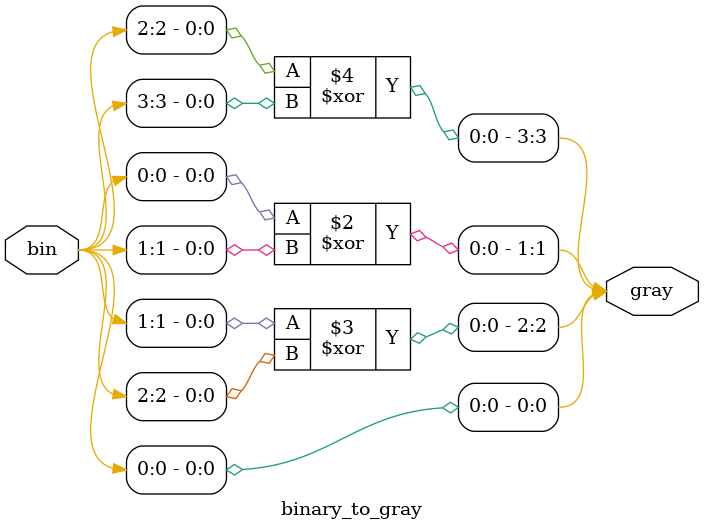
<source format=v>
module binary_to_gray(
  input [3:0] bin,
  output reg [3:0] gray
);

  always @(*) begin
    gray[0] = bin[0];
    gray[1] = bin[0] ^ bin[1];
    gray[2] = bin[1] ^ bin[2];
    gray[3] = bin[2] ^ bin[3];
  end

endmodule
</source>
